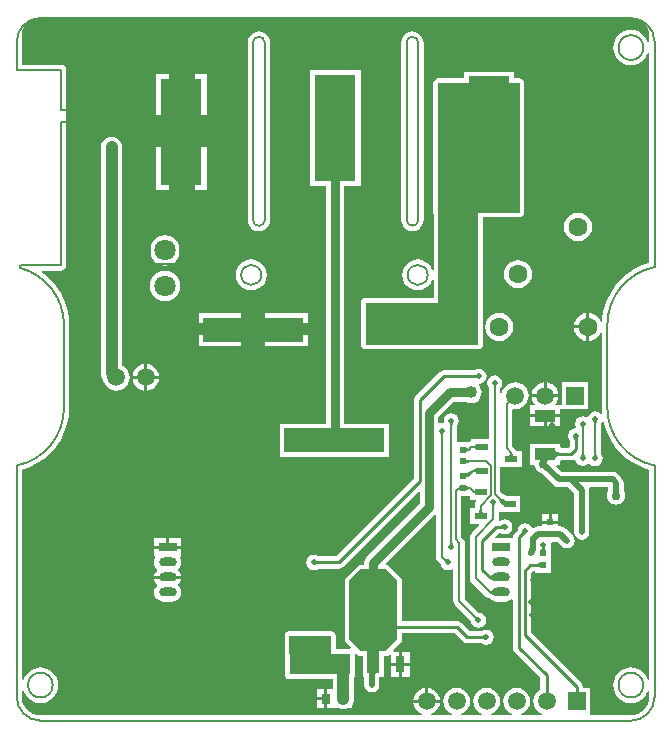
<source format=gbl>
%FSLAX25Y25*%
%MOIN*%
G70*
G01*
G75*
G04 Layer_Physical_Order=2*
G04 Layer_Color=16711680*
%ADD10C,0.01000*%
%ADD11C,0.00800*%
%ADD12C,0.03000*%
%ADD13C,0.02000*%
%ADD14C,0.04000*%
%ADD15R,0.11811X0.09843*%
%ADD16O,0.11811X0.09843*%
%ADD17R,0.02362X0.02362*%
%ADD18R,0.03347X0.02756*%
%ADD19R,0.09843X0.09843*%
%ADD20R,0.04724X0.01181*%
%ADD21R,0.01181X0.04724*%
%ADD22R,0.02362X0.02362*%
%ADD23R,0.03937X0.04134*%
%ADD24R,0.04134X0.08661*%
%ADD25R,0.04724X0.04331*%
%ADD26R,0.03543X0.06299*%
G04:AMPARAMS|DCode=27|XSize=21.65mil|YSize=9.84mil|CornerRadius=2.46mil|HoleSize=0mil|Usage=FLASHONLY|Rotation=0.000|XOffset=0mil|YOffset=0mil|HoleType=Round|Shape=RoundedRectangle|*
%AMROUNDEDRECTD27*
21,1,0.02165,0.00492,0,0,0.0*
21,1,0.01673,0.00984,0,0,0.0*
1,1,0.00492,0.00837,-0.00246*
1,1,0.00492,-0.00837,-0.00246*
1,1,0.00492,-0.00837,0.00246*
1,1,0.00492,0.00837,0.00246*
%
%ADD27ROUNDEDRECTD27*%
%ADD28R,0.04331X0.04724*%
%ADD29R,0.13780X0.04724*%
%ADD30R,0.08661X0.11024*%
%ADD31R,0.02756X0.03347*%
%ADD32R,0.07087X0.03937*%
%ADD33R,0.01969X0.03150*%
%ADD34R,0.02200X0.06800*%
%ADD35R,0.05000X0.08200*%
%ADD36R,0.19000X0.05200*%
%ADD37R,0.14100X0.20100*%
%ADD38R,0.19200X0.07300*%
%ADD39C,0.00500*%
%ADD40C,0.06000*%
%ADD41R,0.33465X0.07874*%
%ADD42O,0.06000X0.03000*%
%ADD43R,0.06000X0.03000*%
%ADD44R,0.05906X0.05906*%
%ADD45C,0.05906*%
%ADD46R,0.13780X0.35433*%
%ADD47C,0.02000*%
%ADD48C,0.03000*%
%ADD49C,0.04000*%
%ADD50R,0.03937X0.02362*%
%ADD51R,0.03937X0.07299*%
G04:AMPARAMS|DCode=52|XSize=157.48mil|YSize=275.59mil|CornerRadius=0mil|HoleSize=0mil|Usage=FLASHONLY|Rotation=180.000|XOffset=0mil|YOffset=0mil|HoleType=Round|Shape=Octagon|*
%AMOCTAGOND52*
4,1,8,0.03937,-0.13780,-0.03937,-0.13780,-0.07874,-0.09843,-0.07874,0.09843,-0.03937,0.13780,0.03937,0.13780,0.07874,0.09843,0.07874,-0.09843,0.03937,-0.13780,0.0*
%
%ADD52OCTAGOND52*%

%ADD53R,0.03150X0.05512*%
%ADD54R,0.03150X0.05512*%
%ADD55R,0.27200X0.43300*%
%ADD56R,0.13500X0.48000*%
%ADD57R,0.35700X0.14100*%
%ADD58R,0.14000X0.05900*%
%ADD59R,0.20500X0.07100*%
%ADD60R,0.08100X0.16600*%
%ADD61R,0.42700X0.04000*%
%ADD62R,0.26300X0.10800*%
%ADD63R,0.08500X0.52200*%
%ADD64C,0.06299*%
%ADD65C,0.05906*%
%ADD66C,0.07087*%
G36*
X152215Y218633D02*
X153360Y218285D01*
X154415Y217721D01*
X155340Y216962D01*
X156099Y216037D01*
X156663Y214982D01*
X157011Y213837D01*
X157123Y212692D01*
X157114Y212647D01*
Y210559D01*
X156620Y210486D01*
X156487Y210924D01*
X155940Y211946D01*
X155205Y212842D01*
X154309Y213577D01*
X153287Y214124D01*
X152178Y214460D01*
X151024Y214574D01*
X149871Y214460D01*
X148762Y214124D01*
X147740Y213577D01*
X146844Y212842D01*
X146109Y211946D01*
X145562Y210924D01*
X145226Y209815D01*
X145112Y208661D01*
X145226Y207508D01*
X145562Y206399D01*
X146109Y205377D01*
X146844Y204481D01*
X147740Y203746D01*
X148762Y203199D01*
X149871Y202863D01*
X151024Y202749D01*
X152178Y202863D01*
X153287Y203199D01*
X154309Y203746D01*
X155205Y204481D01*
X155940Y205377D01*
X156487Y206399D01*
X156620Y206837D01*
X157114Y206764D01*
Y136884D01*
X154615Y136036D01*
X152095Y134793D01*
X149759Y133232D01*
X147646Y131379D01*
X145793Y129267D01*
X144232Y126930D01*
X142990Y124410D01*
X142087Y121749D01*
X141538Y118994D01*
X141436Y117427D01*
X140942Y117346D01*
X140727Y117866D01*
X139982Y118837D01*
X139011Y119582D01*
X137879Y120051D01*
X137166Y120144D01*
Y115520D01*
Y110897D01*
X137879Y110991D01*
X139011Y111459D01*
X139982Y112205D01*
X140727Y113176D01*
X140876Y113535D01*
X141366Y113437D01*
Y88631D01*
X141355D01*
X141488Y86595D01*
X141014Y86435D01*
X140902Y86602D01*
X140076Y87155D01*
X139100Y87349D01*
X138125Y87155D01*
X137298Y86602D01*
X136745Y85776D01*
X136721Y85656D01*
X136259Y85465D01*
X135977Y85654D01*
X135002Y85848D01*
X134026Y85654D01*
X133199Y85101D01*
X132647Y84274D01*
X132452Y83298D01*
X132647Y82323D01*
X132696Y82249D01*
X132504Y81788D01*
X131624Y81612D01*
X130798Y81060D01*
X130245Y80233D01*
X130051Y79258D01*
X130245Y78282D01*
X130561Y77810D01*
Y75645D01*
X130055Y75139D01*
X127620D01*
X127620Y75148D01*
X127620D01*
X127543Y75731D01*
Y76569D01*
X117457D01*
Y69631D01*
X118869D01*
X118963Y68917D01*
X119265Y68187D01*
X119746Y67560D01*
X120373Y67080D01*
X121103Y66777D01*
X121351Y66745D01*
X125198Y62898D01*
X126024Y62345D01*
X127000Y62151D01*
X130044D01*
X132051Y60144D01*
Y47200D01*
X132245Y46224D01*
X132798Y45398D01*
X133624Y44845D01*
X134600Y44651D01*
X135575Y44845D01*
X136402Y45398D01*
X136955Y46224D01*
X137149Y47200D01*
Y61200D01*
X137037Y61765D01*
X137354Y62151D01*
X143518D01*
Y60906D01*
X143446Y60813D01*
X143144Y60083D01*
X143041Y59300D01*
X143144Y58517D01*
X143446Y57787D01*
X143927Y57160D01*
X144554Y56679D01*
X145283Y56377D01*
X146067Y56274D01*
X146850Y56377D01*
X147580Y56679D01*
X148206Y57160D01*
X148687Y57787D01*
X148989Y58517D01*
X149093Y59300D01*
X148989Y60083D01*
X148687Y60813D01*
X148616Y60906D01*
Y63533D01*
X148422Y64509D01*
X147869Y65336D01*
X146702Y66502D01*
X145876Y67055D01*
X144900Y67249D01*
X128056D01*
X126135Y69170D01*
X126327Y69631D01*
X127543D01*
Y70469D01*
X127620Y71052D01*
X127620D01*
X127620Y71061D01*
X130900D01*
X131680Y71216D01*
X132090Y71490D01*
X132552Y71299D01*
X132647Y70824D01*
X133199Y69998D01*
X134026Y69445D01*
X135002Y69251D01*
X135977Y69445D01*
X136804Y69998D01*
X137231D01*
X137298Y69898D01*
X138125Y69345D01*
X139100Y69151D01*
X140076Y69345D01*
X140902Y69898D01*
X141455Y70724D01*
X141649Y71700D01*
X141455Y72676D01*
X141037Y73301D01*
Y83199D01*
X141455Y83824D01*
X141956Y83725D01*
X142087Y83071D01*
X142990Y80410D01*
X144232Y77890D01*
X145793Y75554D01*
X147646Y73441D01*
X149759Y71589D01*
X152095Y70028D01*
X154615Y68785D01*
X157114Y67936D01*
Y-1960D01*
X156620Y-2034D01*
X156487Y-1596D01*
X155940Y-574D01*
X155205Y322D01*
X154309Y1058D01*
X153287Y1604D01*
X152178Y1940D01*
X151024Y2054D01*
X149871Y1940D01*
X148762Y1604D01*
X147740Y1058D01*
X146844Y322D01*
X146109Y-574D01*
X145562Y-1596D01*
X145226Y-2705D01*
X145112Y-3858D01*
X145226Y-5012D01*
X145562Y-6121D01*
X146109Y-7143D01*
X146844Y-8039D01*
X147740Y-8774D01*
X148762Y-9321D01*
X149871Y-9657D01*
X151024Y-9771D01*
X152178Y-9657D01*
X153287Y-9321D01*
X154309Y-8774D01*
X155205Y-8039D01*
X155940Y-7143D01*
X156487Y-6121D01*
X156620Y-5683D01*
X157114Y-5756D01*
Y-7826D01*
X157123Y-7872D01*
X157011Y-9017D01*
X156663Y-10162D01*
X156099Y-11217D01*
X155340Y-12142D01*
X154415Y-12901D01*
X153360Y-13465D01*
X152215Y-13812D01*
X151070Y-13925D01*
X151024Y-13916D01*
X137354D01*
Y-13916D01*
Y-13732D01*
X137354Y-13562D01*
X137354Y-13562D01*
X137354D01*
Y-4827D01*
X134941D01*
Y-4402D01*
X134785Y-3621D01*
X134343Y-2960D01*
X117639Y13745D01*
Y33455D01*
X118308Y34124D01*
X119119D01*
Y33482D01*
X124481D01*
Y37419D01*
Y42781D01*
X124481D01*
X124415Y42862D01*
X124435Y42961D01*
X124341Y43432D01*
X124658Y43819D01*
X126576D01*
X127957Y42438D01*
X127957D01*
X127957Y42438D01*
X127957Y42438D01*
Y42438D01*
X128784Y41885D01*
X129760Y41691D01*
X130735Y41885D01*
X131562Y42438D01*
X132115Y43265D01*
X132309Y44240D01*
X132115Y45216D01*
X131562Y46043D01*
X129302Y48302D01*
X128475Y48855D01*
X127500Y49049D01*
X126881D01*
Y49181D01*
Y49937D01*
X121519D01*
Y49181D01*
Y49049D01*
X120000D01*
X119025Y48855D01*
X118737Y48663D01*
X118095Y48535D01*
X117543Y49362D01*
X116716Y49915D01*
X115740Y50109D01*
X114765Y49915D01*
X113938Y49362D01*
X113385Y48535D01*
X113274Y47978D01*
X112258Y46962D01*
X111816Y46300D01*
X111661Y45520D01*
Y45032D01*
X105769D01*
X105578Y45494D01*
X106945Y46861D01*
X107552D01*
X108025Y46545D01*
X109000Y46351D01*
X109976Y46545D01*
X110802Y47098D01*
X111355Y47925D01*
X111549Y48900D01*
X111355Y49876D01*
X110802Y50702D01*
X109976Y51255D01*
X109000Y51449D01*
X108025Y51255D01*
X107552Y50939D01*
X107356D01*
X107038Y51326D01*
X107057Y51420D01*
Y53877D01*
X107275D01*
Y53877D01*
X114213D01*
Y59239D01*
X109751D01*
X109270Y59561D01*
X108533Y59707D01*
X107537Y60702D01*
Y68738D01*
X107676Y68876D01*
X107891Y68876D01*
X107891Y68876D01*
Y68876D01*
X114612D01*
Y74239D01*
X112954D01*
X112934Y74341D01*
X112514Y74970D01*
X111537Y75946D01*
Y87864D01*
X111913Y88194D01*
X112401Y88129D01*
X113564Y88283D01*
X114647Y88731D01*
X115577Y89445D01*
X116291Y90375D01*
X116740Y91458D01*
X116893Y92621D01*
X116740Y93783D01*
X116291Y94866D01*
X115577Y95796D01*
X114647Y96510D01*
X113564Y96959D01*
X112401Y97112D01*
X111239Y96959D01*
X110156Y96510D01*
X109226Y95796D01*
X108512Y94866D01*
X108063Y93783D01*
X108036Y93577D01*
X107537Y93609D01*
Y95199D01*
X107955Y95824D01*
X108149Y96800D01*
X107955Y97776D01*
X107402Y98602D01*
X106576Y99155D01*
X105600Y99349D01*
X104624Y99155D01*
X103798Y98602D01*
X103245Y97776D01*
X103051Y96800D01*
X103245Y95824D01*
X103663Y95199D01*
Y78176D01*
X97833D01*
Y77432D01*
X97795D01*
X97140Y77302D01*
X93105D01*
Y82699D01*
X93523Y83324D01*
X93717Y84300D01*
X93523Y85276D01*
X92970Y86102D01*
X92143Y86655D01*
X91168Y86849D01*
X90193Y86655D01*
X89366Y86102D01*
X88813Y85276D01*
X88619Y84300D01*
X88712Y83831D01*
X88359Y83478D01*
X88000Y83549D01*
X87212Y83392D01*
X86826Y83710D01*
Y85647D01*
X91853Y90674D01*
X95994D01*
X96035Y90643D01*
X96886Y90290D01*
X97800Y90170D01*
X98714Y90290D01*
X99565Y90643D01*
X100296Y91204D01*
X100857Y91935D01*
X101210Y92786D01*
X101330Y93700D01*
X101210Y94614D01*
X100857Y95465D01*
X100296Y96196D01*
X100254Y96229D01*
X100400Y96551D01*
X101375Y96745D01*
X102202Y97298D01*
X102755Y98124D01*
X102949Y99100D01*
X102755Y100075D01*
X102202Y100902D01*
X101375Y101455D01*
X100400Y101649D01*
X99424Y101455D01*
X98952Y101139D01*
X88700D01*
X87920Y100984D01*
X87258Y100542D01*
X79426Y92710D01*
X78984Y92049D01*
X78829Y91268D01*
Y65013D01*
X52887Y39071D01*
X46716D01*
X46244Y39387D01*
X45268Y39581D01*
X44293Y39387D01*
X43466Y38834D01*
X42913Y38007D01*
X42719Y37032D01*
X42913Y36057D01*
X43466Y35230D01*
X44293Y34677D01*
X45268Y34483D01*
X46244Y34677D01*
X46716Y34993D01*
X53732D01*
X54512Y35148D01*
X55174Y35590D01*
X80312Y60728D01*
X80774Y60537D01*
Y56753D01*
X63062Y39041D01*
X62581Y38414D01*
X62492Y38201D01*
X62279Y37685D01*
X62176Y36902D01*
Y36300D01*
X60514D01*
X55827Y31613D01*
Y10428D01*
X57564Y8691D01*
X57373Y8229D01*
X52629D01*
Y12600D01*
X52513Y13185D01*
X52181Y13681D01*
X51685Y14013D01*
X51100Y14129D01*
X37100D01*
X36515Y14013D01*
X36019Y13681D01*
X35687Y13185D01*
X35571Y12600D01*
Y6700D01*
Y-400D01*
X35687Y-985D01*
X36019Y-1481D01*
X36515Y-1813D01*
X37100Y-1929D01*
X51670D01*
Y-5227D01*
X49795D01*
Y-8401D01*
Y-11573D01*
X52172D01*
Y-11573D01*
X52172D01*
X52172Y-11573D01*
X52322D01*
Y-11573D01*
X53715D01*
X54286Y-11810D01*
X55200Y-11930D01*
X56114Y-11810D01*
X56685Y-11573D01*
X58078D01*
Y-10399D01*
X58257Y-10165D01*
X58610Y-9314D01*
X58730Y-8400D01*
Y-1409D01*
X58846Y-1235D01*
X59166D01*
Y6436D01*
X59628Y6628D01*
X60514Y5741D01*
X61678D01*
Y-1235D01*
X62053D01*
Y-3698D01*
X62247Y-4674D01*
X62799Y-5501D01*
X63626Y-6053D01*
X64601Y-6247D01*
X65577Y-6053D01*
X66404Y-5501D01*
X66956Y-4674D01*
X67150Y-3698D01*
Y-1263D01*
X67156Y-1235D01*
X68615D01*
Y5741D01*
X69889D01*
X70665Y6517D01*
X71127Y6326D01*
Y3521D01*
X73702D01*
Y7277D01*
X72077D01*
X71886Y7738D01*
X74576Y10428D01*
Y13461D01*
X92255D01*
X95058Y10658D01*
X95720Y10216D01*
X96500Y10061D01*
X96500Y10061D01*
X101352D01*
X101824Y9745D01*
X102800Y9551D01*
X103776Y9745D01*
X104602Y10298D01*
X105155Y11125D01*
X105349Y12100D01*
X105155Y13076D01*
X104602Y13902D01*
X103776Y14455D01*
X102800Y14649D01*
X101824Y14455D01*
X101352Y14139D01*
X97345D01*
X94542Y16942D01*
X93880Y17384D01*
X93100Y17539D01*
X74576D01*
Y31613D01*
X69889Y36300D01*
X69533D01*
X69341Y36762D01*
X82125Y49546D01*
X82202Y49598D01*
X82254Y49675D01*
X85601Y53022D01*
X86063Y52830D01*
Y39000D01*
X86210Y38259D01*
X86630Y37630D01*
X87466Y36794D01*
X87613Y36057D01*
X88166Y35230D01*
X88993Y34677D01*
X89968Y34483D01*
X90943Y34677D01*
X91422Y34997D01*
X91863Y34761D01*
Y24200D01*
X92010Y23459D01*
X92430Y22830D01*
X97698Y17562D01*
X97845Y16825D01*
X98398Y15998D01*
X99225Y15445D01*
X100200Y15251D01*
X101175Y15445D01*
X102002Y15998D01*
X102555Y16825D01*
X102749Y17800D01*
X102555Y18776D01*
X102002Y19602D01*
X101175Y20155D01*
X100438Y20302D01*
X95737Y25002D01*
Y43600D01*
X95590Y44341D01*
X95170Y44970D01*
X94537Y45602D01*
Y59140D01*
X97221D01*
X97236Y59125D01*
X97433Y58993D01*
Y57814D01*
X99348D01*
X99532Y57371D01*
X99112Y56743D01*
X98964Y56002D01*
Y55302D01*
X97433D01*
Y49940D01*
X100247D01*
X100438Y49478D01*
X97930Y46970D01*
X97510Y46341D01*
X97363Y45600D01*
Y31700D01*
X97510Y30959D01*
X97930Y30330D01*
X102598Y25662D01*
X103227Y25242D01*
X103943Y25100D01*
X103945Y25091D01*
X103945Y25091D01*
X103945Y25091D01*
X103946Y25089D01*
X103946Y25089D01*
D01*
D01*
D01*
D01*
X103946Y25089D01*
X103968Y25080D01*
Y25080D01*
X103968D01*
D01*
D01*
X104003Y25080D01*
X104003Y25080D01*
D01*
X104081Y24963D01*
X104133Y24928D01*
X104160Y24892D01*
X104787Y24411D01*
X105517Y24109D01*
X106300Y24006D01*
X109300D01*
X110083Y24109D01*
X110813Y24411D01*
X111212Y24718D01*
X111661Y24497D01*
Y8600D01*
X111661Y8600D01*
X111661D01*
X111816Y7820D01*
X112258Y7158D01*
X120862Y-1446D01*
Y-5304D01*
X120656Y-5390D01*
X119726Y-6104D01*
X119012Y-7034D01*
X118563Y-8117D01*
X118410Y-9279D01*
X118563Y-10442D01*
X119012Y-11525D01*
X119726Y-12455D01*
X120656Y-13169D01*
X121275Y-13425D01*
X121177Y-13916D01*
X114626D01*
X114528Y-13425D01*
X115147Y-13169D01*
X116077Y-12455D01*
X116791Y-11525D01*
X117240Y-10442D01*
X117393Y-9279D01*
X117240Y-8117D01*
X116791Y-7034D01*
X116077Y-6104D01*
X115147Y-5390D01*
X114064Y-4941D01*
X112901Y-4788D01*
X111739Y-4941D01*
X110656Y-5390D01*
X109726Y-6104D01*
X109012Y-7034D01*
X108563Y-8117D01*
X108410Y-9279D01*
X108563Y-10442D01*
X109012Y-11525D01*
X109726Y-12455D01*
X110656Y-13169D01*
X111275Y-13425D01*
X111178Y-13916D01*
X104625D01*
X104528Y-13425D01*
X105147Y-13169D01*
X106077Y-12455D01*
X106791Y-11525D01*
X107240Y-10442D01*
X107393Y-9279D01*
X107240Y-8117D01*
X106791Y-7034D01*
X106077Y-6104D01*
X105147Y-5390D01*
X104064Y-4941D01*
X102901Y-4788D01*
X101739Y-4941D01*
X100656Y-5390D01*
X99726Y-6104D01*
X99012Y-7034D01*
X98563Y-8117D01*
X98410Y-9279D01*
X98563Y-10442D01*
X99012Y-11525D01*
X99726Y-12455D01*
X100656Y-13169D01*
X101275Y-13425D01*
X101178Y-13916D01*
X94626D01*
X94528Y-13425D01*
X95147Y-13169D01*
X96077Y-12455D01*
X96791Y-11525D01*
X97240Y-10442D01*
X97393Y-9279D01*
X97240Y-8117D01*
X96791Y-7034D01*
X96077Y-6104D01*
X95147Y-5390D01*
X94064Y-4941D01*
X92901Y-4788D01*
X91739Y-4941D01*
X90656Y-5390D01*
X89726Y-6104D01*
X89012Y-7034D01*
X88563Y-8117D01*
X88410Y-9279D01*
X88563Y-10442D01*
X89012Y-11525D01*
X89726Y-12455D01*
X90656Y-13169D01*
X91275Y-13425D01*
X91177Y-13916D01*
X84626D01*
X84528Y-13425D01*
X85147Y-13169D01*
X86077Y-12455D01*
X86791Y-11525D01*
X87240Y-10442D01*
X87327Y-9779D01*
X78476D01*
X78563Y-10442D01*
X79012Y-11525D01*
X79726Y-12455D01*
X80656Y-13169D01*
X81275Y-13425D01*
X81178Y-13916D01*
X-45826D01*
X-45872Y-13925D01*
X-47017Y-13812D01*
X-48162Y-13465D01*
X-49217Y-12901D01*
X-50142Y-12142D01*
X-50901Y-11217D01*
X-51465Y-10162D01*
X-51812Y-9017D01*
X-51925Y-7872D01*
X-51916Y-7826D01*
Y-5756D01*
X-51421Y-5683D01*
X-51288Y-6121D01*
X-50742Y-7143D01*
X-50007Y-8039D01*
X-49111Y-8774D01*
X-48088Y-9321D01*
X-46979Y-9657D01*
X-45826Y-9771D01*
X-44673Y-9657D01*
X-43563Y-9321D01*
X-42541Y-8774D01*
X-41645Y-8039D01*
X-40910Y-7143D01*
X-40364Y-6121D01*
X-40027Y-5012D01*
X-39914Y-3858D01*
X-40027Y-2705D01*
X-40364Y-1596D01*
X-40910Y-574D01*
X-41645Y322D01*
X-42541Y1058D01*
X-43563Y1604D01*
X-44673Y1940D01*
X-45826Y2054D01*
X-46979Y1940D01*
X-48088Y1604D01*
X-49111Y1058D01*
X-50007Y322D01*
X-50742Y-574D01*
X-51288Y-1596D01*
X-51421Y-2034D01*
X-51916Y-1960D01*
Y67936D01*
X-49417Y68785D01*
X-46896Y70028D01*
X-44560Y71589D01*
X-42448Y73441D01*
X-40595Y75554D01*
X-39034Y77890D01*
X-37791Y80410D01*
X-36888Y83071D01*
X-36340Y85827D01*
X-36156Y88631D01*
X-36168D01*
Y116190D01*
X-36156D01*
X-36340Y118994D01*
X-36888Y121749D01*
X-37791Y124410D01*
X-39034Y126930D01*
X-40595Y129267D01*
X-42448Y131379D01*
X-44560Y133232D01*
X-45354Y133763D01*
X-45393Y133788D01*
X-45248Y134267D01*
X-39002D01*
X-38319Y134403D01*
X-37740Y134790D01*
X-37353Y135368D01*
X-37217Y136051D01*
Y201100D01*
X-37353Y201783D01*
X-37740Y202362D01*
X-38319Y202748D01*
X-39002Y202884D01*
X-51916D01*
Y212647D01*
X-51925Y212692D01*
X-51812Y213837D01*
X-51465Y214982D01*
X-50901Y216037D01*
X-50142Y216962D01*
X-49217Y217721D01*
X-48162Y218285D01*
X-47017Y218633D01*
X-45872Y218745D01*
X-45826Y218736D01*
X151024D01*
X151070Y218745D01*
X152215Y218633D01*
D02*
G37*
%LPC*%
G36*
X122000Y85395D02*
X117457D01*
Y82427D01*
X122000D01*
Y85395D01*
D02*
G37*
G36*
X127543D02*
X123000D01*
Y82427D01*
X127543D01*
Y85395D01*
D02*
G37*
G36*
X60897Y201062D02*
X44117D01*
Y162629D01*
X49481D01*
Y83135D01*
X33975D01*
Y72261D01*
X70439D01*
Y83135D01*
X55533D01*
Y162629D01*
X60897D01*
Y201062D01*
D02*
G37*
G36*
X123700Y53118D02*
X121519D01*
Y50937D01*
X123700D01*
Y53118D01*
D02*
G37*
G36*
X126881D02*
X124700D01*
Y50937D01*
X126881D01*
Y53118D01*
D02*
G37*
G36*
X-22100Y178930D02*
X-23014Y178810D01*
X-23865Y178457D01*
X-24596Y177896D01*
X-25157Y177165D01*
X-25510Y176314D01*
X-25630Y175400D01*
Y100279D01*
X-25510Y99366D01*
X-25157Y98514D01*
X-24952Y98247D01*
X-24859Y97538D01*
X-24410Y96454D01*
X-23696Y95524D01*
X-22766Y94810D01*
X-21683Y94362D01*
X-20521Y94209D01*
X-19358Y94362D01*
X-18275Y94810D01*
X-17345Y95524D01*
X-16631Y96454D01*
X-16183Y97538D01*
X-16029Y98700D01*
X-16183Y99862D01*
X-16631Y100946D01*
X-17345Y101876D01*
X-18275Y102589D01*
X-18570Y102711D01*
Y175400D01*
X-18690Y176314D01*
X-19043Y177165D01*
X-19604Y177896D01*
X-20335Y178457D01*
X-21186Y178810D01*
X-22100Y178930D01*
D02*
G37*
G36*
X-11179Y98200D02*
X-15105D01*
X-15017Y97538D01*
X-14569Y96454D01*
X-13855Y95524D01*
X-12925Y94810D01*
X-11842Y94362D01*
X-11179Y94275D01*
Y98200D01*
D02*
G37*
G36*
X122901Y97046D02*
Y93121D01*
X126827D01*
X126740Y93783D01*
X126291Y94866D01*
X125577Y95796D01*
X124647Y96510D01*
X123564Y96959D01*
X122901Y97046D01*
D02*
G37*
G36*
X136854Y97073D02*
X127949D01*
Y89364D01*
X127543D01*
Y89364D01*
X126080D01*
X125859Y89812D01*
X126291Y90375D01*
X126740Y91458D01*
X126827Y92121D01*
X117976D01*
X118063Y91458D01*
X118512Y90375D01*
X118944Y89812D01*
X118723Y89364D01*
X117457D01*
Y86395D01*
X127543D01*
Y88168D01*
X127949D01*
Y88168D01*
X136854D01*
Y97073D01*
D02*
G37*
G36*
X121902Y97046D02*
X121239Y96959D01*
X120156Y96510D01*
X119226Y95796D01*
X118512Y94866D01*
X118063Y93783D01*
X117976Y93121D01*
X121902D01*
Y97046D01*
D02*
G37*
G36*
X1100Y45032D02*
X-2900D01*
Y42532D01*
X1100D01*
Y45032D01*
D02*
G37*
G36*
X48794Y-5227D02*
X46417D01*
Y-7900D01*
X48794D01*
Y-5227D01*
D02*
G37*
G36*
X73702Y2521D02*
X71127D01*
Y-1235D01*
X73702D01*
Y2521D01*
D02*
G37*
G36*
X83402Y-4854D02*
Y-8779D01*
X87327D01*
X87240Y-8117D01*
X86791Y-7034D01*
X86077Y-6104D01*
X85147Y-5390D01*
X84064Y-4941D01*
X83402Y-4854D01*
D02*
G37*
G36*
X48794Y-8900D02*
X46417D01*
Y-11573D01*
X48794D01*
Y-8900D01*
D02*
G37*
G36*
X82402Y-4854D02*
X81739Y-4941D01*
X80656Y-5390D01*
X79726Y-6104D01*
X79012Y-7034D01*
X78563Y-8117D01*
X78476Y-8779D01*
X82402D01*
Y-4854D01*
D02*
G37*
G36*
X1100Y41532D02*
X-7900D01*
Y39032D01*
X-7712D01*
X-7491Y38583D01*
X-7520Y38545D01*
X-7823Y37815D01*
X-7926Y37032D01*
X-7823Y36249D01*
X-7520Y35519D01*
X-7040Y34892D01*
X-6896Y34782D01*
Y34282D01*
X-7040Y34172D01*
X-7520Y33545D01*
X-7823Y32815D01*
X-7860Y32532D01*
X1060D01*
X1023Y32815D01*
X721Y33545D01*
X240Y34172D01*
X96Y34282D01*
Y34782D01*
X240Y34892D01*
X721Y35519D01*
X1023Y36249D01*
X1126Y37032D01*
X1023Y37815D01*
X721Y38545D01*
X691Y38583D01*
X912Y39032D01*
X1100D01*
Y41532D01*
D02*
G37*
G36*
X-3900Y45032D02*
X-7900D01*
Y42532D01*
X-3900D01*
Y45032D01*
D02*
G37*
G36*
X1060Y31532D02*
X-7860D01*
X-7823Y31249D01*
X-7520Y30519D01*
X-7040Y29892D01*
X-6896Y29782D01*
Y29282D01*
X-7040Y29172D01*
X-7520Y28545D01*
X-7823Y27815D01*
X-7926Y27032D01*
X-7823Y26249D01*
X-7520Y25519D01*
X-7040Y24892D01*
X-6413Y24411D01*
X-5683Y24109D01*
X-4900Y24006D01*
X-1900D01*
X-1117Y24109D01*
X-387Y24411D01*
X240Y24892D01*
X721Y25519D01*
X1023Y26249D01*
X1126Y27032D01*
X1023Y27815D01*
X721Y28545D01*
X240Y29172D01*
X96Y29282D01*
Y29782D01*
X240Y29892D01*
X721Y30519D01*
X1023Y31249D01*
X1060Y31532D01*
D02*
G37*
G36*
X77276Y2521D02*
X74701D01*
Y-1235D01*
X77276D01*
Y2521D01*
D02*
G37*
G36*
Y7277D02*
X74701D01*
Y3521D01*
X77276D01*
Y7277D01*
D02*
G37*
G36*
X-6254Y98200D02*
X-10179D01*
Y94275D01*
X-9517Y94362D01*
X-8434Y94810D01*
X-7504Y95524D01*
X-6790Y96454D01*
X-6341Y97538D01*
X-6254Y98200D01*
D02*
G37*
G36*
X133400Y153564D02*
X132186Y153404D01*
X131055Y152935D01*
X130084Y152190D01*
X129339Y151219D01*
X128870Y150088D01*
X128710Y148874D01*
X128870Y147660D01*
X129339Y146529D01*
X130084Y145558D01*
X131055Y144813D01*
X132186Y144344D01*
X133400Y144184D01*
X134614Y144344D01*
X135745Y144813D01*
X136716Y145558D01*
X137461Y146529D01*
X137930Y147660D01*
X138090Y148874D01*
X137930Y150088D01*
X137461Y151219D01*
X136716Y152190D01*
X135745Y152935D01*
X134614Y153404D01*
X133400Y153564D01*
D02*
G37*
G36*
X27009Y214035D02*
X26038Y213907D01*
X25133Y213532D01*
X24357Y212936D01*
X23761Y212160D01*
X23386Y211255D01*
X23262Y210317D01*
X23256Y210284D01*
X23256D01*
X23256Y210284D01*
Y151229D01*
X23256Y151229D01*
X23256D01*
X23262Y151197D01*
X23386Y150259D01*
X23761Y149354D01*
X24357Y148577D01*
X25133Y147981D01*
X26038Y147606D01*
X27009Y147479D01*
X27979Y147606D01*
X28884Y147981D01*
X29661Y148577D01*
X30257Y149354D01*
X30632Y150259D01*
X30755Y151197D01*
X30762Y151229D01*
Y210284D01*
X30755Y210317D01*
X30632Y211255D01*
X30257Y212160D01*
X29661Y212936D01*
X28884Y213532D01*
X27979Y213907D01*
X27009Y214035D01*
D02*
G37*
G36*
X-4298Y146113D02*
X-5615Y145940D01*
X-6842Y145431D01*
X-7896Y144623D01*
X-8704Y143570D01*
X-9212Y142343D01*
X-9385Y141026D01*
X-9212Y139709D01*
X-8704Y138483D01*
X-7896Y137429D01*
X-6842Y136621D01*
X-5615Y136113D01*
X-4298Y135939D01*
X-2982Y136113D01*
X-1755Y136621D01*
X-702Y137429D01*
X107Y138483D01*
X615Y139709D01*
X788Y141026D01*
X615Y142343D01*
X107Y143570D01*
X-702Y144623D01*
X-1755Y145431D01*
X-2982Y145940D01*
X-4298Y146113D01*
D02*
G37*
G36*
X113400Y137816D02*
X112186Y137656D01*
X111055Y137187D01*
X110084Y136442D01*
X109339Y135471D01*
X108870Y134340D01*
X108710Y133126D01*
X108870Y131912D01*
X109339Y130781D01*
X110084Y129810D01*
X111055Y129065D01*
X112186Y128596D01*
X113400Y128436D01*
X114614Y128596D01*
X115745Y129065D01*
X116716Y129810D01*
X117461Y130781D01*
X117930Y131912D01*
X118090Y133126D01*
X117930Y134340D01*
X117461Y135471D01*
X116716Y136442D01*
X115745Y137187D01*
X114614Y137656D01*
X113400Y137816D01*
D02*
G37*
G36*
X112197Y200662D02*
X95417D01*
Y198429D01*
X86700D01*
X86115Y198313D01*
X85619Y197981D01*
X85287Y197485D01*
X85171Y196900D01*
Y153600D01*
X85271Y153097D01*
Y134656D01*
X84780Y134558D01*
X84413Y135444D01*
X83596Y136509D01*
X82532Y137326D01*
X81292Y137839D01*
X79962Y138014D01*
X78631Y137839D01*
X77391Y137326D01*
X76327Y136509D01*
X75510Y135444D01*
X74996Y134204D01*
X74821Y132874D01*
X74996Y131544D01*
X75510Y130304D01*
X76327Y129239D01*
X77391Y128422D01*
X78631Y127909D01*
X79962Y127734D01*
X81292Y127909D01*
X82532Y128422D01*
X83596Y129239D01*
X84413Y130304D01*
X84780Y131190D01*
X85271Y131092D01*
Y125229D01*
X62600D01*
X62015Y125113D01*
X61519Y124781D01*
X61187Y124285D01*
X61071Y123700D01*
Y109600D01*
X61187Y109015D01*
X61519Y108519D01*
X62015Y108187D01*
X62600Y108071D01*
X100300D01*
X100885Y108187D01*
X101381Y108519D01*
X101713Y109015D01*
X101829Y109600D01*
Y152071D01*
X113900D01*
X114485Y152187D01*
X114981Y152519D01*
X115313Y153015D01*
X115429Y153600D01*
Y196900D01*
X115313Y197485D01*
X114981Y197981D01*
X114485Y198313D01*
X113900Y198429D01*
X112197D01*
Y200662D01*
D02*
G37*
G36*
X707Y199762D02*
X-7183D01*
Y181046D01*
X707D01*
Y199762D01*
D02*
G37*
G36*
X9597D02*
X1707D01*
Y181046D01*
X9597D01*
Y199762D01*
D02*
G37*
G36*
Y180046D02*
X1707D01*
Y161329D01*
X9597D01*
Y180046D01*
D02*
G37*
G36*
X78190Y214035D02*
X77219Y213907D01*
X76315Y213532D01*
X75538Y212936D01*
X74942Y212160D01*
X74567Y211255D01*
X74444Y210317D01*
X74437Y210284D01*
X74437D01*
X74437Y210284D01*
Y151229D01*
X74437Y151229D01*
X74437D01*
X74444Y151197D01*
X74567Y150259D01*
X74942Y149354D01*
X75538Y148577D01*
X76315Y147981D01*
X77219Y147606D01*
X78190Y147479D01*
X79161Y147606D01*
X80065Y147981D01*
X80842Y148577D01*
X81438Y149354D01*
X81813Y150259D01*
X81936Y151197D01*
X81943Y151229D01*
Y210284D01*
X81936Y210317D01*
X81813Y211255D01*
X81438Y212160D01*
X80842Y212936D01*
X80065Y213532D01*
X79161Y213907D01*
X78190Y214035D01*
D02*
G37*
G36*
X707Y180046D02*
X-7183D01*
Y161329D01*
X707D01*
Y180046D01*
D02*
G37*
G36*
X24450Y138014D02*
X23119Y137839D01*
X21879Y137326D01*
X20815Y136509D01*
X19998Y135444D01*
X19484Y134204D01*
X19309Y132874D01*
X19484Y131544D01*
X19998Y130304D01*
X20815Y129239D01*
X21879Y128422D01*
X23119Y127909D01*
X24450Y127734D01*
X25780Y127909D01*
X27020Y128422D01*
X28084Y129239D01*
X28901Y130304D01*
X29415Y131544D01*
X29590Y132874D01*
X29415Y134204D01*
X28901Y135444D01*
X28084Y136509D01*
X27020Y137326D01*
X25780Y137839D01*
X24450Y138014D01*
D02*
G37*
G36*
X43364Y114146D02*
X25632D01*
Y109209D01*
X43364D01*
Y114146D01*
D02*
G37*
G36*
X107137Y120210D02*
X105923Y120051D01*
X104792Y119582D01*
X103821Y118837D01*
X103076Y117866D01*
X102607Y116734D01*
X102447Y115521D01*
X102607Y114307D01*
X103076Y113176D01*
X103821Y112205D01*
X104792Y111459D01*
X105923Y110991D01*
X107137Y110831D01*
X108351Y110991D01*
X109482Y111459D01*
X110453Y112205D01*
X111199Y113176D01*
X111667Y114307D01*
X111827Y115521D01*
X111667Y116734D01*
X111199Y117866D01*
X110453Y118837D01*
X109482Y119582D01*
X108351Y120051D01*
X107137Y120210D01*
D02*
G37*
G36*
X24632Y114146D02*
X6900D01*
Y109209D01*
X24632D01*
Y114146D01*
D02*
G37*
G36*
X-11179Y103125D02*
X-11842Y103038D01*
X-12925Y102589D01*
X-13855Y101876D01*
X-14569Y100946D01*
X-15017Y99862D01*
X-15105Y99200D01*
X-11179D01*
Y103125D01*
D02*
G37*
G36*
X-10179D02*
Y99200D01*
X-6254D01*
X-6341Y99862D01*
X-6790Y100946D01*
X-7504Y101876D01*
X-8434Y102589D01*
X-9517Y103038D01*
X-10179Y103125D01*
D02*
G37*
G36*
X136166Y120144D02*
X135452Y120051D01*
X134321Y119582D01*
X133350Y118837D01*
X132604Y117866D01*
X132136Y116734D01*
X132042Y116021D01*
X136166D01*
Y120144D01*
D02*
G37*
G36*
X-4298Y134302D02*
X-5615Y134129D01*
X-6842Y133620D01*
X-7896Y132812D01*
X-8704Y131758D01*
X-9212Y130532D01*
X-9385Y129215D01*
X-9212Y127899D01*
X-8704Y126672D01*
X-7896Y125618D01*
X-6842Y124810D01*
X-5615Y124302D01*
X-4298Y124128D01*
X-2982Y124302D01*
X-1755Y124810D01*
X-702Y125618D01*
X107Y126672D01*
X615Y127899D01*
X788Y129215D01*
X615Y130532D01*
X107Y131758D01*
X-702Y132812D01*
X-1755Y133620D01*
X-2982Y134129D01*
X-4298Y134302D01*
D02*
G37*
G36*
X43364Y120083D02*
X25632D01*
Y115146D01*
X43364D01*
Y120083D01*
D02*
G37*
G36*
X136166Y115021D02*
X132042D01*
X132136Y114307D01*
X132604Y113176D01*
X133350Y112205D01*
X134321Y111459D01*
X135452Y110991D01*
X136166Y110897D01*
Y115021D01*
D02*
G37*
G36*
X24632Y120083D02*
X6900D01*
Y115146D01*
X24632D01*
Y120083D01*
D02*
G37*
%LPD*%
D10*
X132954Y78904D02*
G03*
X132600Y78051I854J-854D01*
G01*
D02*
G03*
X132246Y78904I-1207J0D01*
G01*
X45622Y37385D02*
G03*
X46475Y37032I854J854D01*
G01*
D02*
G03*
X45622Y36678I0J-1207D01*
G01*
X115740Y47060D02*
G03*
X114887Y46706I0J-1207D01*
G01*
X114887Y46706D02*
G03*
X115240Y47560I-854J854D01*
G01*
X108647Y48546D02*
G03*
X107793Y48900I-854J-854D01*
G01*
D02*
G03*
X108647Y49254I0J1207D01*
G01*
X102446Y11746D02*
G03*
X101593Y12100I-854J-854D01*
G01*
D02*
G03*
X102446Y12454I0J1207D01*
G01*
X121318Y35681D02*
G03*
X120156Y36163I-1163J-1163D01*
G01*
D02*
G03*
X121318Y36645I0J1644D01*
G01*
X125113Y74138D02*
G03*
X127620Y73100I2507J2507D01*
G01*
D02*
G03*
X125113Y72062I0J-3545D01*
G01*
X105554Y31366D02*
G03*
X104068Y32032I-1486J-1325D01*
G01*
D02*
G03*
X105554Y32698I0J1991D01*
G01*
X65201Y21021D02*
X70722Y15500D01*
X93100D02*
X96500Y12100D01*
X102800D01*
X88700Y99100D02*
X100400D01*
X101500Y34600D02*
X104068Y32032D01*
X107800D01*
X101500Y44300D02*
X106100Y48900D01*
X101500Y34600D02*
Y44300D01*
X106100Y48900D02*
X108754D01*
X109000D01*
X122901Y-9279D02*
Y-601D01*
X113700Y45520D02*
X115740Y47560D01*
X113700Y8600D02*
Y45520D01*
Y8600D02*
X122901Y-601D01*
X115600Y34300D02*
X117463Y36163D01*
X121800D01*
X115600Y12900D02*
Y34300D01*
Y12900D02*
X132902Y-4402D01*
Y-9279D02*
Y-4402D01*
X45268Y37032D02*
X53732D01*
X132600Y74800D02*
Y79258D01*
X130900Y73100D02*
X132600Y74800D01*
X122500Y73100D02*
X130900D01*
X80869Y91268D02*
X88700Y99100D01*
X53732Y37032D02*
X80869Y64169D01*
Y91268D01*
X70722Y15500D02*
X93100D01*
D11*
X139524Y84376D02*
G03*
X139100Y83351I1024J-1024D01*
G01*
D02*
G03*
X138676Y84376I-1448J0D01*
G01*
X135426Y82874D02*
G03*
X135002Y81850I1024J-1024D01*
G01*
D02*
G03*
X134577Y82874I-1448J0D01*
G01*
X138676Y72124D02*
G03*
X139100Y73149I-1024J1024D01*
G01*
D02*
G03*
X139524Y72124I1448J0D01*
G01*
X134577Y72224D02*
G03*
X135002Y73248I-1024J1024D01*
G01*
D02*
G03*
X135426Y72224I1448J0D01*
G01*
X88424Y80576D02*
G03*
X88000Y79552I1024J-1024D01*
G01*
D02*
G03*
X87576Y80576I-1448J0D01*
G01*
X91592Y83876D02*
G03*
X91168Y82851I1024J-1024D01*
G01*
D02*
G03*
X90744Y83876I-1448J0D01*
G01*
X89368Y37032D02*
G03*
X88944Y38056I-1448J0D01*
G01*
X88944Y38056D02*
G03*
X89968Y37632I1024J1024D01*
G01*
X90744Y42456D02*
G03*
X91168Y43481I-1024J1024D01*
G01*
D02*
G03*
X91592Y42456I1448J0D01*
G01*
X105544Y56856D02*
G03*
X105120Y55831I1024J-1024D01*
G01*
D02*
G03*
X104696Y56856I-1448J0D01*
G01*
X107694Y57205D02*
G03*
X107270Y58230I-1448J0D01*
G01*
X107270Y58230D02*
G03*
X108294Y57806I1024J1024D01*
G01*
X122310Y42536D02*
G03*
X121800Y41305I1232J-1232D01*
G01*
Y41719D02*
G03*
X121462Y42536I-1156J0D01*
G01*
X99600Y17800D02*
G03*
X99176Y18824I-1448J0D01*
G01*
X99176Y18824D02*
G03*
X100200Y18400I1024J1024D01*
G01*
X121248Y40652D02*
G03*
X121800Y41986I-1333J1333D01*
G01*
D02*
G03*
X122352Y40652I1886J0D01*
G01*
X100349Y53173D02*
G03*
X100901Y54506I-1333J1333D01*
G01*
D02*
G03*
X101454Y53173I1886J0D01*
G01*
X95199Y65739D02*
G03*
X97252Y66452I290J2477D01*
G01*
X95292Y66533D02*
G03*
X98421Y67620I442J3774D01*
G01*
X95338Y62628D02*
G03*
X94002Y62201I-255J-1508D01*
G01*
X95205Y61839D02*
G03*
X92906Y61106I-439J-2594D01*
G01*
X95754Y62373D02*
G03*
X97087Y61821I1333J1333D01*
G01*
D02*
G03*
X95754Y61268I0J-1886D01*
G01*
X95654Y71236D02*
G03*
X96987Y70684I1333J1333D01*
G01*
D02*
G03*
X95654Y70131I0J-1886D01*
G01*
X95668Y75159D02*
G03*
X96921Y74621I1253J1190D01*
G01*
D02*
G03*
X95668Y74083I0J-1727D01*
G01*
X99962Y67068D02*
G03*
X98628Y67621I-1333J-1333D01*
G01*
D02*
G03*
X99962Y68173I0J1886D01*
G01*
X110592Y72110D02*
G03*
X111144Y73443I-1333J1333D01*
G01*
D02*
G03*
X111696Y72110I1886J0D01*
G01*
X99962Y74942D02*
G03*
X98628Y75495I-1333J-1333D01*
G01*
D02*
G03*
X99962Y76047I0J1886D01*
G01*
X105451Y26332D02*
G03*
X103968Y27032I-1483J-1222D01*
G01*
D02*
G03*
X105451Y27731I0J1922D01*
G01*
X105600Y59900D02*
X108294Y57205D01*
X105600Y59900D02*
Y96800D01*
X102661Y70684D02*
X104300Y69045D01*
Y59400D02*
Y69045D01*
X100901Y56002D02*
X104300Y59400D01*
X95101Y70684D02*
X102661D01*
X93800Y24200D02*
X100200Y17800D01*
X93800Y24200D02*
Y43600D01*
X109600Y75144D02*
X111144Y73600D01*
Y71558D02*
Y73600D01*
X109600Y75144D02*
Y89819D01*
X112401Y92621D01*
X121800Y40100D02*
Y42875D01*
X121886Y42961D01*
X95101Y74621D02*
X96921D01*
X97795Y75495D01*
X101302D01*
X95201Y65758D02*
X96558D01*
X98421Y67621D01*
X101302D01*
X95201Y61821D02*
X97279D01*
X98605Y60495D01*
X100901D01*
Y52621D02*
Y56002D01*
X105120Y51420D02*
Y57280D01*
X99300Y45600D02*
X105120Y51420D01*
X99300Y31700D02*
Y45600D01*
Y31700D02*
X103968Y27032D01*
X107800D01*
X88000Y39000D02*
X89968Y37032D01*
X135002Y71800D02*
Y83298D01*
X139100Y71700D02*
Y84800D01*
X88000Y39000D02*
Y81000D01*
X91168Y42032D02*
Y84300D01*
X93621Y61821D02*
X95201D01*
X92600Y60800D02*
X93621Y61821D01*
X92600Y44800D02*
Y60800D01*
Y44800D02*
X93800Y43600D01*
D12*
X83800Y68700D02*
Y86900D01*
Y55500D02*
Y68700D01*
Y86900D02*
X90600Y93700D01*
X97800D01*
X52507Y77998D02*
Y181846D01*
X52207Y77698D02*
X52507Y77998D01*
X65201Y21021D02*
Y36902D01*
X83800Y55500D01*
D13*
X117600Y40300D02*
G03*
X118400Y42231I-1931J1931D01*
G01*
X65831Y1548D02*
G03*
X64601Y-1420I2969J-2969D01*
G01*
X123133Y72367D02*
G03*
X121886Y69645I2347J-2722D01*
G01*
X127500Y46500D02*
X129760Y44240D01*
X124200Y46500D02*
X127500D01*
X121886Y72486D02*
X122500Y73100D01*
X121886Y69700D02*
Y72486D01*
X131100Y64700D02*
X144900D01*
X127000D02*
X131100D01*
X134600Y61200D01*
Y47200D02*
Y61200D01*
X120000Y46500D02*
X124200D01*
X118400Y41100D02*
Y45100D01*
X118600D02*
X120000Y46500D01*
X146067Y59300D02*
Y63533D01*
X117600Y40300D02*
X118400Y41100D01*
X64601Y-3698D02*
Y3369D01*
X122500Y69200D02*
X127000Y64700D01*
X144900D02*
X146067Y63533D01*
D14*
X-22100Y100279D02*
X-20521Y98700D01*
X-22100Y100279D02*
Y175400D01*
X55200Y-8400D02*
Y2800D01*
D17*
X95101Y74621D02*
D03*
Y70684D02*
D03*
X95201Y61821D02*
D03*
Y65758D02*
D03*
X124200Y46500D02*
D03*
Y50437D02*
D03*
X121800Y40100D02*
D03*
Y36163D02*
D03*
D31*
X49294Y-8400D02*
D03*
X55200D02*
D03*
D32*
X122500Y85895D02*
D03*
Y73100D02*
D03*
D39*
X80160Y210284D02*
G03*
X76223Y210284I-1969J0D01*
G01*
X28979D02*
G03*
X25042Y210284I-1969J0D01*
G01*
Y151229D02*
G03*
X28979Y151229I1969J0D01*
G01*
X-41691Y208661D02*
G03*
X-41691Y208661I-4134J0D01*
G01*
X155160Y-3858D02*
G03*
X155160Y-3858I-4134J0D01*
G01*
X-41691D02*
G03*
X-41691Y-3858I-4134J0D01*
G01*
X-53698Y-7826D02*
G03*
X-45825Y-15700I7874J0D01*
G01*
X151026D02*
G03*
X158900Y-7826I0J7874D01*
G01*
X-53698Y69343D02*
G03*
X-37951Y88631I-3937J19287D01*
G01*
X143152D02*
G03*
X158900Y69343I19685J0D01*
G01*
Y135477D02*
G03*
X143152Y116190I3937J-19287D01*
G01*
X76223Y151229D02*
G03*
X80160Y151229I1969J0D01*
G01*
X27798Y132874D02*
G03*
X27798Y132874I-3347J0D01*
G01*
X83309D02*
G03*
X83309Y132874I-3347J0D01*
G01*
X80160Y210284D02*
G03*
X76223Y210284I-1969J0D01*
G01*
X28979D02*
G03*
X25042Y210284I-1969J0D01*
G01*
Y151229D02*
G03*
X28979Y151229I1969J0D01*
G01*
X-41691Y208661D02*
G03*
X-41691Y208661I-4134J0D01*
G01*
X155160D02*
G03*
X155160Y208661I-4134J0D01*
G01*
X-53698Y-7826D02*
G03*
X-45825Y-15700I7874J0D01*
G01*
X151026D02*
G03*
X158900Y-7826I0J7874D01*
G01*
Y210630D02*
G03*
X151026Y218504I-7874J0D01*
G01*
X-53698Y69343D02*
G03*
X-37951Y88631I-3937J19287D01*
G01*
X143152D02*
G03*
X158900Y69343I19685J0D01*
G01*
Y135477D02*
G03*
X143152Y116190I3937J-19287D01*
G01*
X-37951Y116190D02*
G03*
X-52541Y135204I-19685J0D01*
G01*
X76223Y151229D02*
G03*
X80160Y151229I1969J0D01*
G01*
X-45825Y218504D02*
G03*
X-53698Y210630I0J-7874D01*
G01*
Y201100D02*
Y210630D01*
Y201100D02*
X-39000D01*
X158900Y-7826D02*
Y69343D01*
X143152Y88631D02*
Y116190D01*
X80160Y151229D02*
Y210284D01*
X76223Y151229D02*
Y210284D01*
X28979Y151229D02*
Y210284D01*
X25042Y151229D02*
Y210284D01*
X-37951Y88631D02*
Y116190D01*
X-53698Y-7826D02*
Y69343D01*
X-45825Y218504D02*
X151026D01*
X158900Y-7826D02*
Y69343D01*
Y135477D02*
Y210630D01*
X143152Y88631D02*
Y116190D01*
X80160Y151229D02*
Y210284D01*
X76223Y151229D02*
Y210284D01*
X28979Y151229D02*
Y210284D01*
X25042Y151229D02*
Y210284D01*
X-37951Y88631D02*
Y116190D01*
X61000Y105200D02*
X109400D01*
X122300Y118100D01*
Y124000D01*
X120300D02*
X122300D01*
X120300Y119000D02*
Y124000D01*
X109000Y107700D02*
X120300Y119000D01*
X61000Y107700D02*
X109000D01*
X61000Y105200D02*
Y107700D01*
X-24300Y183900D02*
X-20600D01*
X-18200Y181500D01*
Y165300D02*
Y181500D01*
Y165300D02*
X-15400D01*
Y184900D01*
X-18300Y187800D02*
X-15400Y184900D01*
X-39000Y187800D02*
X-18300D01*
X-39000Y183900D02*
X-24300D01*
X-39000Y187800D02*
Y201100D01*
Y136051D02*
Y183900D01*
X-9300Y138100D02*
Y155000D01*
Y138100D02*
X-7800Y136600D01*
X700D01*
Y151800D01*
X3900D01*
Y135300D02*
Y151800D01*
X3200Y134600D02*
X3900Y135300D01*
X-10500Y134600D02*
X3200D01*
X-13100Y137200D02*
X-10500Y134600D01*
X-13100Y137200D02*
Y155000D01*
X-9300D01*
X-45825Y-15700D02*
X110100D01*
X105412D02*
X151026D01*
X-52541Y135204D02*
Y135714D01*
X-52204Y136051D02*
X-39000D01*
X-52541Y135714D02*
X-52204Y136051D01*
D41*
X25132Y114646D02*
D03*
X80869D02*
D03*
X52207Y77698D02*
D03*
D42*
X107800Y37032D02*
D03*
Y27032D02*
D03*
Y32032D02*
D03*
X-3400Y37032D02*
D03*
Y27032D02*
D03*
Y32032D02*
D03*
D43*
X107800Y42032D02*
D03*
X-3400D02*
D03*
D44*
X132902Y-9279D02*
D03*
X132402Y92621D02*
D03*
D45*
X122901Y-9279D02*
D03*
X112901D02*
D03*
X102901D02*
D03*
X92901D02*
D03*
X82902D02*
D03*
X122401Y92621D02*
D03*
X112401D02*
D03*
D46*
X52507Y181846D02*
D03*
X1207Y180546D02*
D03*
X103807Y181446D02*
D03*
D47*
X131100Y19200D02*
D03*
X118100Y19600D02*
D03*
X117700Y23700D02*
D03*
X118509Y31080D02*
D03*
X133000Y15200D02*
D03*
X136600Y16700D02*
D03*
X140100Y18000D02*
D03*
X136300Y6600D02*
D03*
X154700Y2700D02*
D03*
X139000Y2200D02*
D03*
X144800Y2500D02*
D03*
X154000Y53900D02*
D03*
X150600Y55300D02*
D03*
X155500Y41200D02*
D03*
X142800Y41900D02*
D03*
X142400Y36800D02*
D03*
X142600Y32700D02*
D03*
X142700Y28600D02*
D03*
X154500Y20200D02*
D03*
X153700Y24300D02*
D03*
X102800Y12100D02*
D03*
X129760Y44240D02*
D03*
X134600Y47200D02*
D03*
X100400Y99100D02*
D03*
X100200Y17800D02*
D03*
X124800Y82700D02*
D03*
X115800Y83300D02*
D03*
X146000Y69900D02*
D03*
X143800Y73600D02*
D03*
X121886Y42961D02*
D03*
X108294Y57205D02*
D03*
X105600Y96800D02*
D03*
X109000Y48900D02*
D03*
X105120Y57280D02*
D03*
X91168Y42032D02*
D03*
X89968Y37032D02*
D03*
X91168Y84300D02*
D03*
X88000Y81000D02*
D03*
X135002Y71800D02*
D03*
X139100Y71700D02*
D03*
X135002Y83298D02*
D03*
X139100Y84800D02*
D03*
X115740Y47560D02*
D03*
X117600Y40300D02*
D03*
X83800Y68700D02*
D03*
X80400Y51400D02*
D03*
X64601Y-3698D02*
D03*
X45268Y37032D02*
D03*
X132600Y79258D02*
D03*
X-50599Y3874D02*
D03*
X-46600Y11874D02*
D03*
X-50599Y19874D02*
D03*
X-46600Y27874D02*
D03*
X-50599Y35874D02*
D03*
Y51874D02*
D03*
X-46600Y59874D02*
D03*
X-38600Y-4126D02*
D03*
Y27874D02*
D03*
X-42599Y35874D02*
D03*
Y51874D02*
D03*
X-38600Y59874D02*
D03*
X-42599Y67874D02*
D03*
X-38600Y75874D02*
D03*
X-34600Y-12126D02*
D03*
X-30599Y-4126D02*
D03*
Y11874D02*
D03*
Y27874D02*
D03*
X-34600Y35874D02*
D03*
Y51874D02*
D03*
X-30599Y59874D02*
D03*
X-34600Y67874D02*
D03*
X-26599Y-12126D02*
D03*
X-22600Y-4126D02*
D03*
X-26599Y35874D02*
D03*
Y51874D02*
D03*
X-22600Y75874D02*
D03*
X-26599Y83874D02*
D03*
X-22600Y91874D02*
D03*
X-26599Y99874D02*
D03*
X-18599Y-12126D02*
D03*
X-14600Y-4126D02*
D03*
Y27874D02*
D03*
Y59874D02*
D03*
Y75874D02*
D03*
X-18599Y83874D02*
D03*
X-14600Y91874D02*
D03*
X-10599Y-12126D02*
D03*
X-6600Y-4126D02*
D03*
X-10599Y3874D02*
D03*
X-6600Y11874D02*
D03*
X-10599Y35874D02*
D03*
Y51874D02*
D03*
X-6600Y59874D02*
D03*
X-10599Y67874D02*
D03*
X-6600Y75874D02*
D03*
X-10599Y83874D02*
D03*
X-6600Y91874D02*
D03*
X-2599Y-12126D02*
D03*
X1400Y-4126D02*
D03*
X-2599Y3874D02*
D03*
Y51874D02*
D03*
X1400Y59874D02*
D03*
X-2599Y67874D02*
D03*
X1400Y75874D02*
D03*
X-2599Y83874D02*
D03*
X1400Y91874D02*
D03*
X-2599Y99874D02*
D03*
X5401Y-12126D02*
D03*
X9401Y-4126D02*
D03*
X5401Y3874D02*
D03*
X9401Y27874D02*
D03*
Y43874D02*
D03*
X5401Y51874D02*
D03*
X9401Y59874D02*
D03*
X5401Y67874D02*
D03*
X9401Y75874D02*
D03*
X5401Y83874D02*
D03*
X9401Y91874D02*
D03*
X5401Y99874D02*
D03*
X13400Y-12126D02*
D03*
X17401Y-4126D02*
D03*
X13400Y3874D02*
D03*
Y19874D02*
D03*
X17401Y27874D02*
D03*
Y43874D02*
D03*
X13400Y51874D02*
D03*
X17401Y59874D02*
D03*
X13400Y67874D02*
D03*
X17401Y75874D02*
D03*
X13400Y83874D02*
D03*
X17401Y91874D02*
D03*
X13400Y99874D02*
D03*
X21400Y-12126D02*
D03*
X25401Y-4126D02*
D03*
X21400Y3874D02*
D03*
X25401Y27874D02*
D03*
Y43874D02*
D03*
X21400Y51874D02*
D03*
X25401Y59874D02*
D03*
X21400Y67874D02*
D03*
X25401Y75874D02*
D03*
X21400Y83874D02*
D03*
X25401Y91874D02*
D03*
X21400Y99874D02*
D03*
X29401Y-12126D02*
D03*
Y19874D02*
D03*
X33400Y27874D02*
D03*
Y43874D02*
D03*
X29401Y51874D02*
D03*
X33400Y59874D02*
D03*
X29401Y67874D02*
D03*
Y83874D02*
D03*
X33400Y91874D02*
D03*
X29401Y99874D02*
D03*
X37400Y-12126D02*
D03*
Y19874D02*
D03*
X41401Y27874D02*
D03*
Y43874D02*
D03*
X37400Y51874D02*
D03*
X41401Y59874D02*
D03*
X37400Y67874D02*
D03*
X41401Y91874D02*
D03*
X37400Y99874D02*
D03*
X45401Y-12126D02*
D03*
Y19874D02*
D03*
X49400Y27874D02*
D03*
Y43874D02*
D03*
X45401Y51874D02*
D03*
X49400Y59874D02*
D03*
X45401Y67874D02*
D03*
X53400Y19874D02*
D03*
Y51874D02*
D03*
X57401Y59874D02*
D03*
X53400Y67874D02*
D03*
X65400Y43874D02*
D03*
X61401Y51874D02*
D03*
X65400Y59874D02*
D03*
X61401Y67874D02*
D03*
X69401D02*
D03*
X73400Y75874D02*
D03*
X77400Y-12126D02*
D03*
X81401Y11874D02*
D03*
X77400Y19874D02*
D03*
X81401Y27874D02*
D03*
X77400Y35874D02*
D03*
X81401Y43874D02*
D03*
X77400Y67874D02*
D03*
Y83874D02*
D03*
X85400Y3874D02*
D03*
X89401Y11874D02*
D03*
X85400Y19874D02*
D03*
X89401Y27874D02*
D03*
X97400Y-4126D02*
D03*
X121400Y11874D02*
D03*
X129401D02*
D03*
X133400Y3874D02*
D03*
X137400Y11874D02*
D03*
Y43874D02*
D03*
Y107874D02*
D03*
Y123874D02*
D03*
X141401Y-12126D02*
D03*
X149400Y3874D02*
D03*
X153401Y27874D02*
D03*
Y43874D02*
D03*
X85400Y35874D02*
D03*
D48*
X121886Y69700D02*
D03*
X146067Y59300D02*
D03*
X122700Y58400D02*
D03*
X126500Y54600D02*
D03*
D49*
X-22100Y175400D02*
D03*
X46600Y9400D02*
D03*
X40200D02*
D03*
X97800Y93700D02*
D03*
D50*
X101302Y75495D02*
D03*
X111144Y71558D02*
D03*
X101302Y67621D02*
D03*
X100901Y60495D02*
D03*
X110744Y56558D02*
D03*
X100901Y52621D02*
D03*
D51*
X65146Y3914D02*
D03*
D52*
X65201Y21021D02*
D03*
D53*
X56091Y3021D02*
D03*
D54*
X74202D02*
D03*
D55*
X100300Y175250D02*
D03*
D56*
X93550Y133600D02*
D03*
D57*
X80450Y116650D02*
D03*
D58*
X44100Y9650D02*
D03*
D59*
X47350Y3150D02*
D03*
D60*
X24950Y114800D02*
D03*
D61*
X25450Y114700D02*
D03*
D62*
X1450Y180900D02*
D03*
D63*
X1550Y179600D02*
D03*
D64*
X133400Y148874D02*
D03*
X113400Y133126D02*
D03*
X107137Y115521D02*
D03*
X136666D02*
D03*
D65*
X-10679Y98700D02*
D03*
X-20521D02*
D03*
D66*
X-4298Y129215D02*
D03*
Y141026D02*
D03*
M02*

</source>
